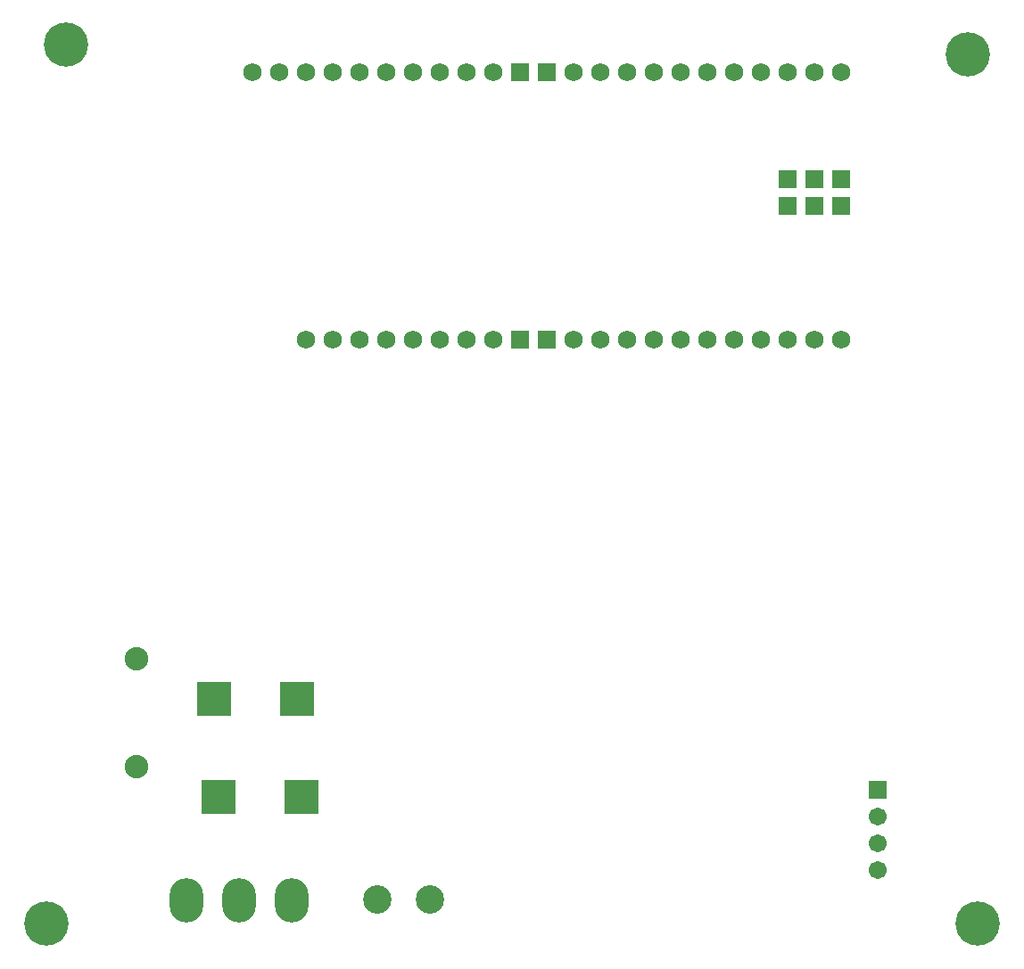
<source format=gbs>
G04*
G04 #@! TF.GenerationSoftware,Altium Limited,Altium Designer,18.0.12 (696)*
G04*
G04 Layer_Color=16711935*
%FSLAX25Y25*%
%MOIN*%
G70*
G01*
G75*
%ADD37R,0.06800X0.06800*%
%ADD38C,0.06800*%
%ADD39R,0.12611X0.12611*%
%ADD40O,0.12611X0.16548*%
%ADD41C,0.10642*%
%ADD42C,0.08800*%
%ADD43C,0.06706*%
%ADD44R,0.06706X0.06706*%
%ADD45C,0.16548*%
D37*
X181000Y223300D02*
D03*
X191000D02*
D03*
X301000Y183300D02*
D03*
X291000D02*
D03*
X281000D02*
D03*
X191000Y123300D02*
D03*
X181000D02*
D03*
X281000Y173300D02*
D03*
X291000D02*
D03*
X301000D02*
D03*
D38*
Y223300D02*
D03*
X291000D02*
D03*
X281000D02*
D03*
X271000D02*
D03*
X261000D02*
D03*
X251000D02*
D03*
X241000D02*
D03*
X231000D02*
D03*
X221000D02*
D03*
X211000D02*
D03*
X201000D02*
D03*
X171000D02*
D03*
X161000D02*
D03*
X151000D02*
D03*
X141000D02*
D03*
X131000D02*
D03*
X121000D02*
D03*
X111000D02*
D03*
X101000D02*
D03*
X301000Y123300D02*
D03*
X291000D02*
D03*
X281000D02*
D03*
X261000D02*
D03*
X251000D02*
D03*
X241000D02*
D03*
X231000D02*
D03*
X221000D02*
D03*
X211000D02*
D03*
X201000D02*
D03*
X171000D02*
D03*
X161000D02*
D03*
X151000D02*
D03*
X141000D02*
D03*
X131000D02*
D03*
X121000D02*
D03*
X111000D02*
D03*
X101000D02*
D03*
X271000D02*
D03*
X81000Y223300D02*
D03*
X91000D02*
D03*
D39*
X99100Y-47794D02*
D03*
X68100Y-47700D02*
D03*
X66500Y-10905D02*
D03*
X97500Y-11000D02*
D03*
D40*
X56130Y-86500D02*
D03*
X75815Y-86500D02*
D03*
X95500D02*
D03*
D41*
X127626Y-85969D02*
D03*
X147311D02*
D03*
D42*
X37500Y4000D02*
D03*
Y-36500D02*
D03*
D43*
X314600Y-75000D02*
D03*
Y-65000D02*
D03*
Y-55000D02*
D03*
D44*
Y-45000D02*
D03*
D45*
X11300Y233500D02*
D03*
X348100Y230000D02*
D03*
X3900Y-95100D02*
D03*
X352000D02*
D03*
M02*

</source>
